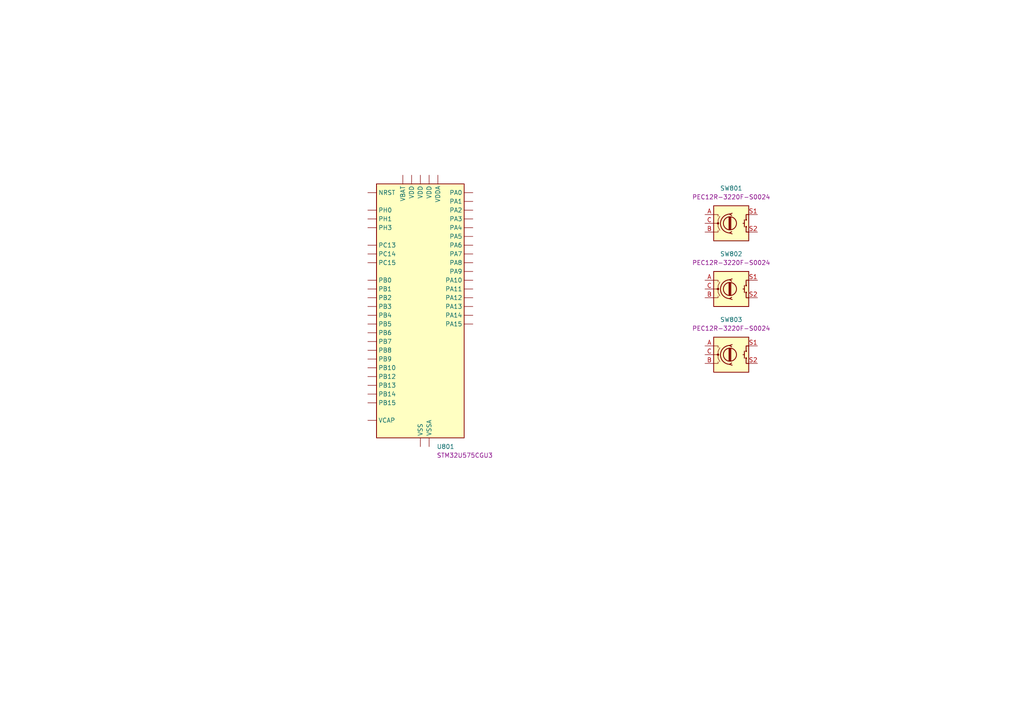
<source format=kicad_sch>
(kicad_sch (version 20231120) (generator "eeschema") (generator_version "8.0")
  (paper "A4")
  (title_block (title "Power Supply") (date "2024-10-27") (rev "0.1.0") (company "University of Wisconsin-Platteville") (comment 1 "Nicholas Loehrke"))
  (lib_symbols
    (symbol "PEC12R-3220F-S0024:PEC12R-3220F-S0024" (pin_names hide)
      (property "Reference" "SW" (at 7.366 3.81 0))
      (property "MPN" "PEC12R-3220F-S0024" (at 8.128 -9.144 0))
      (symbol "PEC12R-3220F-S0024_0_1"
        (polyline (pts (xy 6.985 -4.318) (xy 6.985 -0.762)) (stroke (width 0.254)))
        (polyline (pts (xy 7.239 -4.318) (xy 7.239 -0.762)) (stroke (width 0.254)))
        (polyline (pts (xy 7.493 -0.762) (xy 7.493 -4.318)) (stroke (width 0.254)))
        (polyline (pts (xy 11.43 -2.54) (xy 11.049 -2.54)) (stroke (width 0.254)))
        (polyline (pts (xy 11.43 -1.524) (xy 11.43 -3.556)) (stroke (width 0.254)))
        (polyline (pts (xy 2.54 -5.08) (xy 3.81 -5.08) (xy 3.81 -4.572)))
        (polyline (pts (xy 2.54 0) (xy 3.81 0) (xy 3.81 -0.508)))
        (polyline (pts (xy 7.874 -5.588) (xy 7.112 -5.334) (xy 7.747 -4.953)) (stroke (width 0.254)))
        (polyline (pts (xy 7.874 0.381) (xy 7.112 0.127) (xy 7.747 -0.254)) (stroke (width 0.254)))
        (polyline (pts (xy 12.7 -5.08) (xy 11.938 -5.08) (xy 11.938 -3.556)) (stroke (width 0.254)))
        (polyline (pts (xy 12.7 0) (xy 11.938 0) (xy 11.938 -1.524)) (stroke (width 0.254)))
        (polyline (pts (xy 2.54 -2.54) (xy 3.81 -2.54) (xy 3.81 -3.556) (xy 4.318 -4.572)))
        (polyline (pts (xy 3.302 -2.54) (xy 3.81 -2.54) (xy 3.81 -1.524) (xy 4.318 -0.508)))
        (rectangle (start 2.54 2.54) (end 12.7 -7.62) (stroke (width 0.254)) (fill (type background)))
        (circle (center 3.81 -2.54) (radius 0.254) (fill (type outline)))
        (circle (center 7.239 -2.54) (radius 1.905) (stroke (width 0.254)))
        (arc (start 7.239 0.127) (mid 4.5212 -2.6035) (end 7.239 -5.334) (stroke (width 0.254)))
        (circle (center 11.938 -3.556) (radius 0.127) (stroke (width 0.254)))
        (circle (center 11.938 -1.524) (radius 0.127) (stroke (width 0.254)))
      )
      (symbol "PEC12R-3220F-S0024_1_1"
        (pin passive line (at 0 0 0) (length 2.54) (name "A") (number "A"))
        (pin passive line (at 0 -5.08 0) (length 2.54) (name "B") (number "B"))
        (pin passive line (at 0 -2.54 0) (length 2.54) (name "C") (number "C"))
        (pin passive line (at 15.24 0 180) (length 2.54) (name "S1") (number "S1"))
        (pin passive line (at 15.24 -5.08 180) (length 2.54) (name "S2") (number "S2"))
      )
    )
    (symbol "STM32U575CGU3:STM32U575CGU3" (pin_numbers hide)
      (property "Reference" "U" (at 20.574 -72.898 0))
      (property "MPN" "STM32U575CGU3" (at 27.94 -74.93 0))
      (symbol "STM32U575CGU3_0_1"
        (rectangle (start 2.54 2.54) (end 27.94 -71.12) (stroke (width 0.254)) (fill (type background)))
      )
      (symbol "STM32U575CGU3_1_1"
        (pin power_in line (at 10.16 5.08 270) (length 2.54) (name "VBAT") (number "1"))
        (pin bidirectional line (at 30.48 0 180) (length 2.54) (name "PA0") (number "10"))
        (pin bidirectional line (at 30.48 -2.54 180) (length 2.54) (name "PA1") (number "11"))
        (pin bidirectional line (at 30.48 -5.08 180) (length 2.54) (name "PA2") (number "12"))
        (pin bidirectional line (at 30.48 -7.62 180) (length 2.54) (name "PA3") (number "13"))
        (pin bidirectional line (at 30.48 -10.16 180) (length 2.54) (name "PA4") (number "14"))
        (pin bidirectional line (at 30.48 -12.7 180) (length 2.54) (name "PA5") (number "15"))
        (pin bidirectional line (at 30.48 -15.24 180) (length 2.54) (name "PA6") (number "16"))
        (pin bidirectional line (at 30.48 -17.78 180) (length 2.54) (name "PA7") (number "17"))
        (pin bidirectional line (at 0 -25.4 0) (length 2.54) (name "PB0") (number "18"))
        (pin bidirectional line (at 0 -27.94 0) (length 2.54) (name "PB1") (number "19"))
        (pin bidirectional line (at 0 -15.24 0) (length 2.54) (name "PC13") (number "2"))
        (pin bidirectional line (at 0 -30.48 0) (length 2.54) (name "PB2") (number "20"))
        (pin bidirectional line (at 0 -50.8 0) (length 2.54) (name "PB10") (number "21"))
        (pin power_out line (at 0 -66.04 0) (length 2.54) (name "VCAP") (number "22"))
        (pin power_in line (at 15.24 -73.66 90) (length 2.54) (name "VSS") (number "23"))
        (pin power_in line (at 12.7 5.08 270) (length 2.54) (name "VDD") (number "24"))
        (pin bidirectional line (at 0 -53.34 0) (length 2.54) (name "PB12") (number "25"))
        (pin bidirectional line (at 0 -55.88 0) (length 2.54) (name "PB13") (number "26"))
        (pin bidirectional line (at 0 -58.42 0) (length 2.54) (name "PB14") (number "27"))
        (pin bidirectional line (at 0 -60.96 0) (length 2.54) (name "PB15") (number "28"))
        (pin bidirectional line (at 30.48 -20.32 180) (length 2.54) (name "PA8") (number "29"))
        (pin bidirectional line (at 0 -17.78 0) (length 2.54) (name "PC14") (number "3"))
        (pin bidirectional line (at 30.48 -22.86 180) (length 2.54) (name "PA9") (number "30"))
        (pin bidirectional line (at 30.48 -25.4 180) (length 2.54) (name "PA10") (number "31"))
        (pin bidirectional line (at 30.48 -27.94 180) (length 2.54) (name "PA11") (number "32"))
        (pin bidirectional line (at 30.48 -30.48 180) (length 2.54) (name "PA12") (number "33"))
        (pin bidirectional line (at 30.48 -33.02 180) (length 2.54) (name "PA13") (number "34"))
        (pin passive line (at 15.24 -73.66 90) (length 2.54) hide (name "VSS") (number "35"))
        (pin power_in line (at 15.24 5.08 270) (length 2.54) (name "VDD") (number "36"))
        (pin bidirectional line (at 30.48 -35.56 180) (length 2.54) (name "PA14") (number "37"))
        (pin bidirectional line (at 30.48 -38.1 180) (length 2.54) (name "PA15") (number "38"))
        (pin bidirectional line (at 0 -33.02 0) (length 2.54) (name "PB3") (number "39"))
        (pin bidirectional line (at 0 -20.32 0) (length 2.54) (name "PC15") (number "4"))
        (pin bidirectional line (at 0 -35.56 0) (length 2.54) (name "PB4") (number "40"))
        (pin bidirectional line (at 0 -38.1 0) (length 2.54) (name "PB5") (number "41"))
        (pin bidirectional line (at 0 -40.64 0) (length 2.54) (name "PB6") (number "42"))
        (pin bidirectional line (at 0 -43.18 0) (length 2.54) (name "PB7") (number "43"))
        (pin bidirectional line (at 0 -10.16 0) (length 2.54) (name "PH3") (number "44"))
        (pin bidirectional line (at 0 -45.72 0) (length 2.54) (name "PB8") (number "45"))
        (pin bidirectional line (at 0 -48.26 0) (length 2.54) (name "PB9") (number "46"))
        (pin passive line (at 15.24 -73.66 90) (length 2.54) hide (name "VSS") (number "47"))
        (pin power_in line (at 17.78 5.08 270) (length 2.54) (name "VDD") (number "48"))
        (pin passive line (at 15.24 -73.66 90) (length 2.54) hide (name "VSS") (number "49"))
        (pin bidirectional line (at 0 -5.08 0) (length 2.54) (name "PH0") (number "5"))
        (pin bidirectional line (at 0 -7.62 0) (length 2.54) (name "PH1") (number "6"))
        (pin input line (at 0 0 0) (length 2.54) (name "NRST") (number "7"))
        (pin power_in line (at 17.78 -73.66 90) (length 2.54) (name "VSSA") (number "8"))
        (pin power_in line (at 20.32 5.08 270) (length 2.54) (name "VDDA") (number "9"))
      )
    )
  )
  (symbol (lib_id "PEC12R-3220F-S0024:PEC12R-3220F-S0024") (at 204.47 81.28 0) (unit 1)
    (property "Reference" "SW802" (at 212.09 73.66 0))
    (property "Datasheet" "https://bourns.com/docs/Product-Datasheets/PEC12R.pdf" (effects (hide yes)))
    (property "MPN" "PEC12R-3220F-S0024" (at 212.09 76.2 0))
  )
  (symbol (lib_id "PEC12R-3220F-S0024:PEC12R-3220F-S0024") (at 204.47 100.33 0) (unit 1)
    (property "Reference" "SW803" (at 212.09 92.71 0))
    (property "Datasheet" "https://bourns.com/docs/Product-Datasheets/PEC12R.pdf" (effects (hide yes)))
    (property "MPN" "PEC12R-3220F-S0024" (at 212.09 95.25 0))
  )
  (symbol (lib_id "STM32U575CGU3:STM32U575CGU3") (at 106.68 55.88 0) (unit 1)
    (property "Reference" "U801" (at 126.6541 129.54 0) (effects (justify left)))
    (property "Datasheet" "https://www.st.com/resource/en/datasheet/stm32u575ag.pdf" (effects (hide yes)))
    (property "MPN" "STM32U575CGU3" (at 126.6541 132.08 0) (effects (justify left)))
  )
  (symbol (lib_id "PEC12R-3220F-S0024:PEC12R-3220F-S0024") (at 204.47 62.23 0) (unit 1)
    (property "Reference" "SW801" (at 212.09 54.61 0))
    (property "Datasheet" "https://bourns.com/docs/Product-Datasheets/PEC12R.pdf" (effects (hide yes)))
    (property "MPN" "PEC12R-3220F-S0024" (at 212.09 57.15 0))
  )
)
</source>
